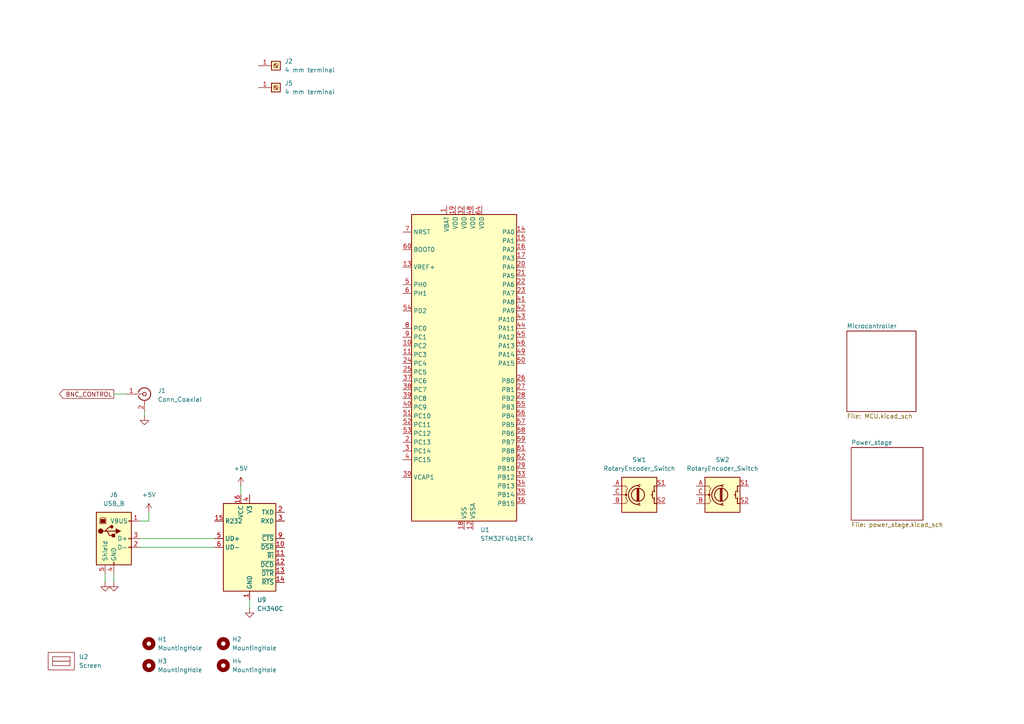
<source format=kicad_sch>
(kicad_sch (version 20250114) (generator "eeschema") (generator_version "9.0")
  (paper "A4")
  (lib_symbols
    (symbol "Connector:Conn_Coaxial" (pin_names (offset 1.016) (hide yes))
      (property "Reference" "J" (at 0.254 3.048 0))
      (property "Value" "Conn_Coaxial" (at 2.921 0 90))
      (symbol "Conn_Coaxial_0_1"
        (polyline (pts (xy -2.54 0) (xy -0.508 0)))
        (arc (start 1.778 0) (mid 0.222 -1.8079) (end -1.778 -0.508) (stroke (width 0.254)))
        (arc (start -1.778 0.508) (mid 0.2221 1.8084) (end 1.778 0) (stroke (width 0.254)))
        (circle (center 0 0) (radius 0.508) (stroke (width 0.2032)))
        (polyline (pts (xy 0 -2.54) (xy 0 -1.778)))
      )
      (symbol "Conn_Coaxial_1_1"
        (pin passive line (at -5.08 0 0) (length 2.54) (name "In") (number "1"))
        (pin passive line (at 0 -5.08 90) (length 2.54) (name "Ext") (number "2"))
      )
    )
    (symbol "Connector:Screw_Terminal_01x01" (pin_names (offset 1.016) (hide yes))
      (property "Reference" "J" (at 0 2.54 0))
      (property "Value" "Screw_Terminal_01x01" (at 0 -2.54 0))
      (symbol "Screw_Terminal_01x01_1_1"
        (rectangle (start -1.27 1.27) (end 1.27 -1.27) (stroke (width 0.254)) (fill (type background)))
        (polyline (pts (xy -0.5334 0.3302) (xy 0.3302 -0.508)) (stroke (width 0.1524)))
        (polyline (pts (xy -0.3556 0.508) (xy 0.508 -0.3302)) (stroke (width 0.1524)))
        (circle (center 0 0) (radius 0.635) (stroke (width 0.1524)))
        (pin passive line (at -5.08 0 0) (length 3.81) (name "Pin_1") (number "1"))
      )
    )
    (symbol "Connector:USB_B" (pin_names (offset 1.016))
      (property "Reference" "J" (at -5.08 11.43 0))
      (property "Value" "USB_B" (at -5.08 8.89 0))
      (symbol "USB_B_0_1"
        (rectangle (start -5.08 -7.62) (end 5.08 7.62) (stroke (width 0.254)) (fill (type background)))
        (polyline (pts (xy -4.064 4.318) (xy -2.286 4.318) (xy -2.286 5.715) (xy -2.667 6.096) (xy -3.683 6.096) (xy -4.064 5.715) (xy -4.064 4.318)))
        (rectangle (start -3.81 5.588) (end -2.54 4.572) (fill (type outline)))
        (circle (center -3.81 2.159) (radius 0.635) (stroke (width 0.254)) (fill (type outline)))
        (polyline (pts (xy -3.175 2.159) (xy -2.54 2.159) (xy -1.27 3.429) (xy -0.635 3.429)) (stroke (width 0.254)))
        (polyline (pts (xy -2.54 2.159) (xy -1.905 2.159) (xy -1.27 0.889) (xy 0 0.889)) (stroke (width 0.254)))
        (polyline (pts (xy -1.905 2.159) (xy 0.635 2.159)) (stroke (width 0.254)))
        (circle (center -0.635 3.429) (radius 0.381) (stroke (width 0.254)) (fill (type outline)))
        (rectangle (start -0.127 -7.62) (end 0.127 -6.858))
        (rectangle (start 0.254 1.27) (end -0.508 0.508) (stroke (width 0.254)) (fill (type outline)))
        (polyline (pts (xy 0.635 2.794) (xy 0.635 1.524) (xy 1.905 2.159) (xy 0.635 2.794)) (stroke (width 0.254)) (fill (type outline)))
        (rectangle (start 5.08 4.953) (end 4.318 5.207))
        (rectangle (start 5.08 -0.127) (end 4.318 0.127))
        (rectangle (start 5.08 -2.667) (end 4.318 -2.413))
      )
      (symbol "USB_B_1_1"
        (pin passive line (at -2.54 -10.16 90) (length 2.54) (name "Shield") (number "5"))
        (pin power_out line (at 0 -10.16 90) (length 2.54) (name "GND") (number "4"))
        (pin power_out line (at 7.62 5.08 180) (length 2.54) (name "VBUS") (number "1"))
        (pin bidirectional line (at 7.62 0 180) (length 2.54) (name "D+") (number "3"))
        (pin bidirectional line (at 7.62 -2.54 180) (length 2.54) (name "D-") (number "2"))
      )
    )
    (symbol "DC_load:2x16_screen"
      (property "Reference" "U" (at 0 0 0))
      (symbol "2x16_screen_0_1"
        (rectangle (start -3.81 -1.27) (end 3.81 -6.35))
        (rectangle (start -2.54 -2.54) (end 2.54 -3.81))
        (rectangle (start -2.54 -3.81) (end 2.54 -5.08))
      )
    )
    (symbol "Device:RotaryEncoder_Switch" (pin_names (offset 0.254) (hide yes))
      (property "Reference" "SW" (at 0 6.604 0))
      (property "Value" "RotaryEncoder_Switch" (at 0 -6.604 0))
      (symbol "RotaryEncoder_Switch_0_1"
        (rectangle (start -5.08 5.08) (end 5.08 -5.08) (stroke (width 0.254)) (fill (type background)))
        (polyline (pts (xy -5.08 2.54) (xy -3.81 2.54) (xy -3.81 2.032)))
        (polyline (pts (xy -5.08 0) (xy -3.81 0) (xy -3.81 -1.016) (xy -3.302 -2.032)))
        (polyline (pts (xy -5.08 -2.54) (xy -3.81 -2.54) (xy -3.81 -2.032)))
        (polyline (pts (xy -4.318 0) (xy -3.81 0) (xy -3.81 1.016) (xy -3.302 2.032)))
        (circle (center -3.81 0) (radius 0.254) (fill (type outline)))
        (polyline (pts (xy -0.635 -1.778) (xy -0.635 1.778)) (stroke (width 0.254)))
        (circle (center -0.381 0) (radius 1.905) (stroke (width 0.254)))
        (polyline (pts (xy -0.381 -1.778) (xy -0.381 1.778)) (stroke (width 0.254)))
        (arc (start -0.381 -2.794) (mid -3.0988 -0.0635) (end -0.381 2.667) (stroke (width 0.254)))
        (polyline (pts (xy -0.127 1.778) (xy -0.127 -1.778)) (stroke (width 0.254)))
        (polyline (pts (xy 0.254 2.921) (xy -0.508 2.667) (xy 0.127 2.286)) (stroke (width 0.254)))
        (polyline (pts (xy 0.254 -3.048) (xy -0.508 -2.794) (xy 0.127 -2.413)) (stroke (width 0.254)))
        (polyline (pts (xy 3.81 1.016) (xy 3.81 -1.016)) (stroke (width 0.254)))
        (polyline (pts (xy 3.81 0) (xy 3.429 0)) (stroke (width 0.254)))
        (circle (center 4.318 1.016) (radius 0.127) (stroke (width 0.254)))
        (circle (center 4.318 -1.016) (radius 0.127) (stroke (width 0.254)))
        (polyline (pts (xy 5.08 2.54) (xy 4.318 2.54) (xy 4.318 1.016)) (stroke (width 0.254)))
        (polyline (pts (xy 5.08 -2.54) (xy 4.318 -2.54) (xy 4.318 -1.016)) (stroke (width 0.254)))
      )
      (symbol "RotaryEncoder_Switch_1_1"
        (pin passive line (at -7.62 2.54 0) (length 2.54) (name "A") (number "A"))
        (pin passive line (at -7.62 0 0) (length 2.54) (name "C") (number "C"))
        (pin passive line (at -7.62 -2.54 0) (length 2.54) (name "B") (number "B"))
        (pin passive line (at 7.62 2.54 180) (length 2.54) (name "S1") (number "S1"))
        (pin passive line (at 7.62 -2.54 180) (length 2.54) (name "S2") (number "S2"))
      )
    )
    (symbol "Interface_USB:CH340C"
      (property "Reference" "U" (at -5.08 13.97 0))
      (property "Value" "CH340C" (at 1.27 13.97 0))
      (symbol "CH340C_0_1"
        (rectangle (start -7.62 12.7) (end 7.62 -12.7) (stroke (width 0.254)) (fill (type background)))
      )
      (symbol "CH340C_1_1"
        (pin input line (at -10.16 7.62 0) (length 2.54) (name "R232") (number "15"))
        (pin bidirectional line (at -10.16 2.54 0) (length 2.54) (name "UD+") (number "5"))
        (pin bidirectional line (at -10.16 0 0) (length 2.54) (name "UD-") (number "6"))
        (pin no_connect line (at -7.62 -5.08 0) (length 2.54) (hide yes) (name "NC") (number "7"))
        (pin no_connect line (at -7.62 -7.62 0) (length 2.54) (hide yes) (name "NC") (number "8"))
        (pin power_in line (at -2.54 15.24 270) (length 2.54) (name "VCC") (number "16"))
        (pin power_out line (at 0 15.24 270) (length 2.54) (name "V3") (number "4"))
        (pin power_in line (at 0 -15.24 90) (length 2.54) (name "GND") (number "1"))
        (pin output line (at 10.16 10.16 180) (length 2.54) (name "TXD") (number "2"))
        (pin input line (at 10.16 7.62 180) (length 2.54) (name "RXD") (number "3"))
        (pin input line (at 10.16 2.54 180) (length 2.54) (name "~{CTS}") (number "9"))
        (pin input line (at 10.16 0 180) (length 2.54) (name "~{DSR}") (number "10"))
        (pin input line (at 10.16 -2.54 180) (length 2.54) (name "~{RI}") (number "11"))
        (pin input line (at 10.16 -5.08 180) (length 2.54) (name "~{DCD}") (number "12"))
        (pin output line (at 10.16 -7.62 180) (length 2.54) (name "~{DTR}") (number "13"))
        (pin output line (at 10.16 -10.16 180) (length 2.54) (name "~{RTS}") (number "14"))
      )
    )
    (symbol "MCU_ST_STM32F4:STM32F401RCTx"
      (property "Reference" "U" (at -15.24 46.99 0))
      (property "Value" "STM32F401RCTx" (at 7.62 46.99 0))
      (symbol "STM32F401RCTx_0_1"
        (rectangle (start -15.24 -43.18) (end 15.24 45.72) (stroke (width 0.254)) (fill (type background)))
      )
      (symbol "STM32F401RCTx_1_1"
        (pin input line (at -17.78 40.64 0) (length 2.54) (name "NRST") (number "7"))
        (pin input line (at -17.78 35.56 0) (length 2.54) (name "BOOT0") (number "60"))
        (pin input line (at -17.78 30.48 0) (length 2.54) (name "VREF+") (number "13"))
        (pin bidirectional line (at -17.78 25.4 0) (length 2.54) (name "PH0") (number "5"))
        (pin bidirectional line (at -17.78 22.86 0) (length 2.54) (name "PH1") (number "6"))
        (pin bidirectional line (at -17.78 17.78 0) (length 2.54) (name "PD2") (number "54"))
        (pin bidirectional line (at -17.78 12.7 0) (length 2.54) (name "PC0") (number "8"))
        (pin bidirectional line (at -17.78 10.16 0) (length 2.54) (name "PC1") (number "9"))
        (pin bidirectional line (at -17.78 7.62 0) (length 2.54) (name "PC2") (number "10"))
        (pin bidirectional line (at -17.78 5.08 0) (length 2.54) (name "PC3") (number "11"))
        (pin bidirectional line (at -17.78 2.54 0) (length 2.54) (name "PC4") (number "24"))
        (pin bidirectional line (at -17.78 0 0) (length 2.54) (name "PC5") (number "25"))
        (pin bidirectional line (at -17.78 -2.54 0) (length 2.54) (name "PC6") (number "37"))
        (pin bidirectional line (at -17.78 -5.08 0) (length 2.54) (name "PC7") (number "38"))
        (pin bidirectional line (at -17.78 -7.62 0) (length 2.54) (name "PC8") (number "39"))
        (pin bidirectional line (at -17.78 -10.16 0) (length 2.54) (name "PC9") (number "40"))
        (pin bidirectional line (at -17.78 -12.7 0) (length 2.54) (name "PC10") (number "51"))
        (pin bidirectional line (at -17.78 -15.24 0) (length 2.54) (name "PC11") (number "52"))
        (pin bidirectional line (at -17.78 -17.78 0) (length 2.54) (name "PC12") (number "53"))
        (pin bidirectional line (at -17.78 -20.32 0) (length 2.54) (name "PC13") (number "2"))
        (pin bidirectional line (at -17.78 -22.86 0) (length 2.54) (name "PC14") (number "3"))
        (pin bidirectional line (at -17.78 -25.4 0) (length 2.54) (name "PC15") (number "4"))
        (pin power_out line (at -17.78 -30.48 0) (length 2.54) (name "VCAP1") (number "30"))
        (pin power_in line (at -5.08 48.26 270) (length 2.54) (name "VBAT") (number "1"))
        (pin power_in line (at -2.54 48.26 270) (length 2.54) (name "VDD") (number "19"))
        (pin power_in line (at 0 48.26 270) (length 2.54) (name "VDD") (number "32"))
        (pin power_in line (at 0 -45.72 90) (length 2.54) (name "VSS") (number "18"))
        (pin passive line (at 0 -45.72 90) (length 2.54) (hide yes) (name "VSS") (number "31"))
        (pin passive line (at 0 -45.72 90) (length 2.54) (hide yes) (name "VSS") (number "47"))
        (pin passive line (at 0 -45.72 90) (length 2.54) (hide yes) (name "VSS") (number "63"))
        (pin power_in line (at 2.54 48.26 270) (length 2.54) (name "VDD") (number "48"))
        (pin power_in line (at 2.54 -45.72 90) (length 2.54) (name "VSSA") (number "12"))
        (pin power_in line (at 5.08 48.26 270) (length 2.54) (name "VDD") (number "64"))
        (pin bidirectional line (at 17.78 40.64 180) (length 2.54) (name "PA0") (number "14"))
        (pin bidirectional line (at 17.78 38.1 180) (length 2.54) (name "PA1") (number "15"))
        (pin bidirectional line (at 17.78 35.56 180) (length 2.54) (name "PA2") (number "16"))
        (pin bidirectional line (at 17.78 33.02 180) (length 2.54) (name "PA3") (number "17"))
        (pin bidirectional line (at 17.78 30.48 180) (length 2.54) (name "PA4") (number "20"))
        (pin bidirectional line (at 17.78 27.94 180) (length 2.54) (name "PA5") (number "21"))
        (pin bidirectional line (at 17.78 25.4 180) (length 2.54) (name "PA6") (number "22"))
        (pin bidirectional line (at 17.78 22.86 180) (length 2.54) (name "PA7") (number "23"))
        (pin bidirectional line (at 17.78 20.32 180) (length 2.54) (name "PA8") (number "41"))
        (pin bidirectional line (at 17.78 17.78 180) (length 2.54) (name "PA9") (number "42"))
        (pin bidirectional line (at 17.78 15.24 180) (length 2.54) (name "PA10") (number "43"))
        (pin bidirectional line (at 17.78 12.7 180) (length 2.54) (name "PA11") (number "44"))
        (pin bidirectional line (at 17.78 10.16 180) (length 2.54) (name "PA12") (number "45"))
        (pin bidirectional line (at 17.78 7.62 180) (length 2.54) (name "PA13") (number "46"))
        (pin bidirectional line (at 17.78 5.08 180) (length 2.54) (name "PA14") (number "49"))
        (pin bidirectional line (at 17.78 2.54 180) (length 2.54) (name "PA15") (number "50"))
        (pin bidirectional line (at 17.78 -2.54 180) (length 2.54) (name "PB0") (number "26"))
        (pin bidirectional line (at 17.78 -5.08 180) (length 2.54) (name "PB1") (number "27"))
        (pin bidirectional line (at 17.78 -7.62 180) (length 2.54) (name "PB2") (number "28"))
        (pin bidirectional line (at 17.78 -10.16 180) (length 2.54) (name "PB3") (number "55"))
        (pin bidirectional line (at 17.78 -12.7 180) (length 2.54) (name "PB4") (number "56"))
        (pin bidirectional line (at 17.78 -15.24 180) (length 2.54) (name "PB5") (number "57"))
        (pin bidirectional line (at 17.78 -17.78 180) (length 2.54) (name "PB6") (number "58"))
        (pin bidirectional line (at 17.78 -20.32 180) (length 2.54) (name "PB7") (number "59"))
        (pin bidirectional line (at 17.78 -22.86 180) (length 2.54) (name "PB8") (number "61"))
        (pin bidirectional line (at 17.78 -25.4 180) (length 2.54) (name "PB9") (number "62"))
        (pin bidirectional line (at 17.78 -27.94 180) (length 2.54) (name "PB10") (number "29"))
        (pin bidirectional line (at 17.78 -30.48 180) (length 2.54) (name "PB12") (number "33"))
        (pin bidirectional line (at 17.78 -33.02 180) (length 2.54) (name "PB13") (number "34"))
        (pin bidirectional line (at 17.78 -35.56 180) (length 2.54) (name "PB14") (number "35"))
        (pin bidirectional line (at 17.78 -38.1 180) (length 2.54) (name "PB15") (number "36"))
      )
    )
    (symbol "Mechanical:MountingHole" (pin_names (offset 1.016)) (in_bom no)
      (property "Reference" "H" (at 0 5.08 0))
      (property "Value" "MountingHole" (at 0 3.175 0))
      (symbol "MountingHole_0_1"
        (circle (center 0 0) (radius 1.27) (stroke (width 1.27)))
      )
    )
    (symbol "power:+5V" (power) (pin_numbers (hide yes)) (pin_names (offset 0) (hide yes))
      (property "Value" "+5V" (at 0 3.556 0))
      (symbol "+5V_0_1"
        (polyline (pts (xy -0.762 1.27) (xy 0 2.54)))
        (polyline (pts (xy 0 2.54) (xy 0.762 1.27)))
        (polyline (pts (xy 0 0) (xy 0 2.54)))
      )
      (symbol "+5V_1_1"
        (pin power_in line (at 0 0 90) (length 0) (name "~") (number "1"))
      )
    )
    (symbol "power:GND" (power) (pin_numbers (hide yes)) (pin_names (offset 0) (hide yes))
      (property "Value" "GND" (at 0 -3.81 0))
      (symbol "GND_0_1"
        (polyline (pts (xy 0 0) (xy 0 -1.27) (xy 1.27 -1.27) (xy 0 -2.54) (xy -1.27 -1.27) (xy 0 -1.27)))
      )
      (symbol "GND_1_1"
        (pin power_in line (at 0 0 270) (length 0) (name "~") (number "1"))
      )
    )
  )
  (wire (pts (xy 72.39 176.53) (xy 72.39 173.99)))
  (wire (pts (xy 33.02 168.91) (xy 33.02 166.37)))
  (wire (pts (xy 30.48 168.91) (xy 30.48 166.37)))
  (wire (pts (xy 41.91 120.65) (xy 41.91 119.38)))
  (wire (pts (xy 43.18 148.59) (xy 43.18 151.13)))
  (wire (pts (xy 40.64 156.21) (xy 62.23 156.21)))
  (wire (pts (xy 69.85 140.97) (xy 69.85 143.51)))
  (wire (pts (xy 33.02 114.3) (xy 36.83 114.3)))
  (wire (pts (xy 43.18 151.13) (xy 40.64 151.13)))
  (wire (pts (xy 40.64 158.75) (xy 62.23 158.75)))
  (global_label "BNC_CONTROL" (shape output) (at 33.02 114.3 180) (property "Intersheetrefs" "${INTERSHEET_REFS}" (effects (hide yes))))
  (symbol (lib_id "power:+5V") (at 43.18 148.59 0) (unit 1)
    (property "Reference" "#PWR026" (effects (hide yes)))
    (property "Value" "+5V" (at 43.18 143.51 0))
    (property "Description" "Power symbol creates a global label with name \"+5V\"" (effects (hide yes)))
  )
  (symbol (lib_id "power:GND") (at 33.02 168.91 0) (unit 1)
    (property "Reference" "#PWR024" (effects (hide yes)))
    (property "Value" "GND" (effects (hide yes)))
    (property "Description" "Power symbol creates a global label with name \"GND\" , ground" (effects (hide yes)))
  )
  (symbol (lib_id "DC_load:2x16_screen") (at 17.78 187.96 0) (unit 1)
    (property "Reference" "U2" (at 22.86 190.4999 0) (effects (justify left)))
    (property "Value" "Screen" (at 22.86 193.0399 0) (effects (justify left)))
    (property "Footprint" "PID_lib:WC1602A - below" (effects (hide yes)))
  )
  (symbol (lib_id "power:GND") (at 72.39 176.53 0) (unit 1)
    (property "Reference" "#PWR023" (effects (hide yes)))
    (property "Value" "GND" (effects (hide yes)))
    (property "Description" "Power symbol creates a global label with name \"GND\" , ground" (effects (hide yes)))
  )
  (symbol (lib_id "power:GND") (at 41.91 120.65 0) (unit 1)
    (property "Reference" "#PWR028" (effects (hide yes)))
    (property "Value" "GND" (effects (hide yes)))
    (property "Description" "Power symbol creates a global label with name \"GND\" , ground" (effects (hide yes)))
  )
  (symbol (lib_id "Interface_USB:CH340C") (at 72.39 158.75 0) (unit 1)
    (property "Reference" "U9" (at 74.5333 173.99 0) (effects (justify left)))
    (property "Value" "CH340C" (at 74.5333 176.53 0) (effects (justify left)))
    (property "Footprint" "Package_SO:SOIC-16_3.9x9.9mm_P1.27mm" (effects (hide yes)))
    (property "Datasheet" "https://datasheet.lcsc.com/szlcsc/Jiangsu-Qin-Heng-CH340C_C84681.pdf" (effects (hide yes)))
    (property "Description" "USB serial converter, crystal-less, UART, SOIC-16" (effects (hide yes)))
  )
  (symbol (lib_id "Mechanical:MountingHole") (at 43.18 186.69 0) (unit 1) (in_bom no)
    (property "Reference" "H1" (at 45.72 185.4199 0) (effects (justify left)))
    (property "Value" "MountingHole" (at 45.72 187.9599 0) (effects (justify left)))
    (property "Footprint" "DC_load:M3_hole_with_spacer" (effects (hide yes)))
    (property "Description" "Mounting Hole without connection" (effects (hide yes)))
  )
  (symbol (lib_id "Mechanical:MountingHole") (at 64.77 186.69 0) (unit 1) (in_bom no)
    (property "Reference" "H2" (at 67.31 185.4199 0) (effects (justify left)))
    (property "Value" "MountingHole" (at 67.31 187.9599 0) (effects (justify left)))
    (property "Footprint" "DC_load:M3_hole_with_spacer" (effects (hide yes)))
    (property "Description" "Mounting Hole without connection" (effects (hide yes)))
  )
  (symbol (lib_id "MCU_ST_STM32F4:STM32F401RCTx") (at 134.62 107.95 0) (unit 1)
    (property "Reference" "U1" (at 139.3033 153.67 0) (effects (justify left)))
    (property "Value" "STM32F401RCTx" (at 139.3033 156.21 0) (effects (justify left)))
    (property "Footprint" "Package_QFP:LQFP-64_10x10mm_P0.5mm" (effects (hide yes)))
    (property "Datasheet" "https://www.st.com/resource/en/datasheet/stm32f401rc.pdf" (effects (hide yes)))
    (property "Description" "STMicroelectronics Arm Cortex-M4 MCU, 256KB flash, 64KB RAM, 84 MHz, 1.7-3.6V, 50 GPIO, LQFP64" (effects (hide yes)))
  )
  (symbol (lib_id "Connector:Screw_Terminal_01x01") (at 80.01 25.4 0) (unit 1)
    (property "Reference" "J5" (at 82.55 24.1299 0) (effects (justify left)))
    (property "Value" "4 mm terminal" (at 82.55 26.6699 0) (effects (justify left)))
    (property "Footprint" "DC_load:4mm_terminal_black" (effects (hide yes)))
    (property "Description" "Generic screw terminal, single row, 01x01, script generated (kicad-library-utils/schlib/autogen/connector/)" (effects (hide yes)))
  )
  (symbol (lib_id "Connector:Conn_Coaxial") (at 41.91 114.3 0) (unit 1)
    (property "Reference" "J1" (at 45.72 113.3231 0) (effects (justify left)))
    (property "Value" "Conn_Coaxial" (at 45.72 115.8631 0) (effects (justify left)))
    (property "Footprint" "Connector_Coaxial:BNC_Amphenol_B6252HB-NPP3G-50_Horizontal" (effects (hide yes)))
    (property "Description" "coaxial connector (BNC, SMA, SMB, SMC, Cinch/RCA, LEMO, ...)" (effects (hide yes)))
  )
  (symbol (lib_id "Device:RotaryEncoder_Switch") (at 185.42 143.51 0) (unit 1)
    (property "Reference" "SW1" (at 185.42 133.35 0))
    (property "Value" "RotaryEncoder_Switch" (at 185.42 135.89 0))
    (property "Footprint" "DC_load:rotary_encoder_bottom_solder" (effects (hide yes)))
    (property "Description" "Rotary encoder, dual channel, incremental quadrate outputs, with switch" (effects (hide yes)))
  )
  (symbol (lib_id "Mechanical:MountingHole") (at 43.18 193.04 0) (unit 1) (in_bom no)
    (property "Reference" "H3" (at 45.72 191.7699 0) (effects (justify left)))
    (property "Value" "MountingHole" (at 45.72 194.3099 0) (effects (justify left)))
    (property "Footprint" "DC_load:M3_hole_with_spacer" (effects (hide yes)))
    (property "Description" "Mounting Hole without connection" (effects (hide yes)))
  )
  (symbol (lib_id "Device:RotaryEncoder_Switch") (at 209.55 143.51 0) (unit 1)
    (property "Reference" "SW2" (at 209.55 133.35 0))
    (property "Value" "RotaryEncoder_Switch" (at 209.55 135.89 0))
    (property "Footprint" "DC_load:rotary_encoder_bottom_solder" (effects (hide yes)))
    (property "Description" "Rotary encoder, dual channel, incremental quadrate outputs, with switch" (effects (hide yes)))
  )
  (symbol (lib_id "power:GND") (at 30.48 168.91 0) (unit 1)
    (property "Reference" "#PWR025" (effects (hide yes)))
    (property "Value" "GND" (effects (hide yes)))
    (property "Description" "Power symbol creates a global label with name \"GND\" , ground" (effects (hide yes)))
  )
  (symbol (lib_id "Connector:USB_B") (at 33.02 156.21 0) (unit 1)
    (property "Reference" "J6" (at 33.02 143.51 0))
    (property "Value" "USB_B" (at 33.02 146.05 0))
    (property "Footprint" "Connector_USB:USB_B_OST_USB-B1HSxx_Horizontal" (effects (hide yes)))
    (property "Description" "USB Type B connector" (effects (hide yes)))
  )
  (symbol (lib_id "Mechanical:MountingHole") (at 64.77 193.04 0) (unit 1) (in_bom no)
    (property "Reference" "H4" (at 67.31 191.7699 0) (effects (justify left)))
    (property "Value" "MountingHole" (at 67.31 194.3099 0) (effects (justify left)))
    (property "Footprint" "DC_load:M3_hole_with_spacer" (effects (hide yes)))
    (property "Description" "Mounting Hole without connection" (effects (hide yes)))
  )
  (symbol (lib_id "power:+5V") (at 69.85 140.97 0) (unit 1)
    (property "Reference" "#PWR027" (effects (hide yes)))
    (property "Value" "+5V" (at 69.85 135.89 0))
    (property "Description" "Power symbol creates a global label with name \"+5V\"" (effects (hide yes)))
  )
  (symbol (lib_id "Connector:Screw_Terminal_01x01") (at 80.01 19.05 0) (unit 1)
    (property "Reference" "J2" (at 82.55 17.7799 0) (effects (justify left)))
    (property "Value" "4 mm terminal" (at 82.55 20.3199 0) (effects (justify left)))
    (property "Footprint" "DC_load:4mm_terminal_red" (effects (hide yes)))
    (property "Description" "Generic screw terminal, single row, 01x01, script generated (kicad-library-utils/schlib/autogen/connector/)" (effects (hide yes)))
  )
  (sheet (at 245.618 96.012) (size 20.066 23.368) (stroke (width 0.1524))
    (property "Sheetname" "Microcontroller" (at 245.618 95.3004 0) (effects (justify left bottom)))
    (property "Sheetfile" "MCU.kicad_sch" (at 245.618 119.9646 0) (effects (justify left top)))
  )
  (sheet (at 246.888 129.794) (size 20.828 21.082) (stroke (width 0.1524))
    (property "Sheetname" "Power_stage" (at 246.888 129.0824 0) (effects (justify left bottom)))
    (property "Sheetfile" "power_stage.kicad_sch" (at 246.888 151.4606 0) (effects (justify left top)))
  )
)
</source>
